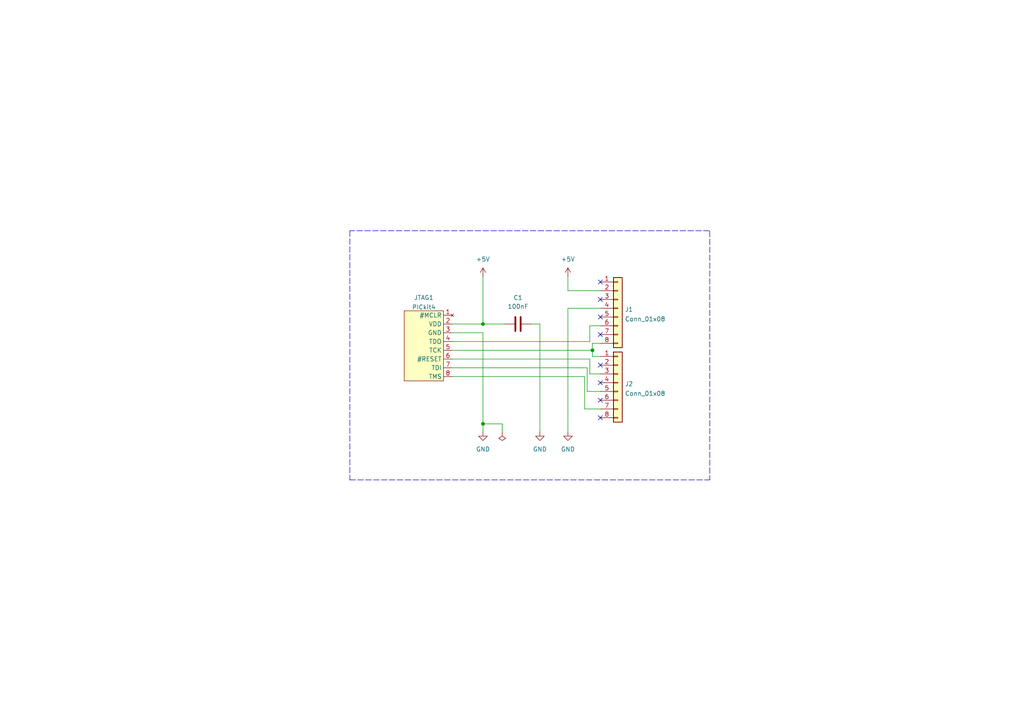
<source format=kicad_sch>
(kicad_sch (version 20211123) (generator eeschema)
  (paper "A4")
  (lib_symbols
    (symbol "Connector_Generic:Conn_01x08" (pin_names (offset 1.016) hide)
      (property "Reference" "J" (at 0 10.16 0))
      (property "Value" "Conn_01x08" (at 0 -12.7 0))
      (symbol "Conn_01x08_1_1"
        (rectangle (start -1.27 -10.033) (end 0 -10.287) (stroke (width 0.1524)))
        (rectangle (start -1.27 -7.493) (end 0 -7.747) (stroke (width 0.1524)))
        (rectangle (start -1.27 -4.953) (end 0 -5.207) (stroke (width 0.1524)))
        (rectangle (start -1.27 -2.413) (end 0 -2.667) (stroke (width 0.1524)))
        (rectangle (start -1.27 0.127) (end 0 -0.127) (stroke (width 0.1524)))
        (rectangle (start -1.27 2.667) (end 0 2.413) (stroke (width 0.1524)))
        (rectangle (start -1.27 5.207) (end 0 4.953) (stroke (width 0.1524)))
        (rectangle (start -1.27 7.747) (end 0 7.493) (stroke (width 0.1524)))
        (rectangle (start -1.27 8.89) (end 1.27 -11.43) (stroke (width 0.254)) (fill (type background)))
        (pin passive line (at -5.08 7.62 0) (length 3.81) (name "Pin_1") (number "1"))
        (pin passive line (at -5.08 5.08 0) (length 3.81) (name "Pin_2") (number "2"))
        (pin passive line (at -5.08 2.54 0) (length 3.81) (name "Pin_3") (number "3"))
        (pin passive line (at -5.08 0 0) (length 3.81) (name "Pin_4") (number "4"))
        (pin passive line (at -5.08 -2.54 0) (length 3.81) (name "Pin_5") (number "5"))
        (pin passive line (at -5.08 -5.08 0) (length 3.81) (name "Pin_6") (number "6"))
        (pin passive line (at -5.08 -7.62 0) (length 3.81) (name "Pin_7") (number "7"))
        (pin passive line (at -5.08 -10.16 0) (length 3.81) (name "Pin_8") (number "8"))
      )
    )
    (symbol "Device:C" (pin_numbers hide) (pin_names (offset 0.254))
      (property "Reference" "C" (at 0.635 2.54 0))
      (property "Value" "C" (at 0.635 -2.54 0))
      (symbol "C_0_1"
        (polyline (pts (xy -2.032 -0.762) (xy 2.032 -0.762)) (stroke (width 0.508)))
        (polyline (pts (xy -2.032 0.762) (xy 2.032 0.762)) (stroke (width 0.508)))
      )
      (symbol "C_1_1"
        (pin passive line (at 0 3.81 270) (length 2.794) (name "~") (number "1"))
        (pin passive line (at 0 -3.81 90) (length 2.794) (name "~") (number "2"))
      )
    )
    (symbol "THOMAS_library:PICkit4"
      (property "Reference" "JTAG" (at -2.54 0 0))
      (property "Value" "PICkit4" (at -1.27 -2.54 0))
      (symbol "PICkit4_0_1"
        (rectangle (start -5.08 -3.81) (end 6.35 -24.13) (fill (type background)))
      )
      (symbol "PICkit4_1_1"
        (pin no_connect line (at 8.89 -5.08 180) (length 2.54) (name "#MCLR") (number "1"))
        (pin bidirectional line (at 8.89 -7.62 180) (length 2.54) (name "VDD") (number "2"))
        (pin bidirectional line (at 8.89 -10.16 180) (length 2.54) (name "GND") (number "3"))
        (pin bidirectional line (at 8.89 -12.7 180) (length 2.54) (name "TDO") (number "4"))
        (pin bidirectional line (at 8.89 -15.24 180) (length 2.54) (name "TCK") (number "5"))
        (pin bidirectional line (at 8.89 -17.78 180) (length 2.54) (name "#RESET") (number "6"))
        (pin bidirectional line (at 8.89 -20.32 180) (length 2.54) (name "TDI") (number "7"))
        (pin bidirectional line (at 8.89 -22.86 180) (length 2.54) (name "TMS") (number "8"))
      )
    )
    (symbol "power:+5V" (power) (pin_names (offset 0))
      (property "Value" "+5V" (at 0 3.556 0))
      (symbol "+5V_0_1"
        (polyline (pts (xy -0.762 1.27) (xy 0 2.54)))
        (polyline (pts (xy 0 0) (xy 0 2.54)))
        (polyline (pts (xy 0 2.54) (xy 0.762 1.27)))
      )
      (symbol "+5V_1_1"
        (pin power_in line (at 0 0 90) (length 0) hide (name "+5V") (number "1"))
      )
    )
    (symbol "power:GND" (power) (pin_names (offset 0))
      (property "Value" "GND" (at 0 -3.81 0))
      (symbol "GND_0_1"
        (polyline (pts (xy 0 0) (xy 0 -1.27) (xy 1.27 -1.27) (xy 0 -2.54) (xy -1.27 -1.27) (xy 0 -1.27)))
      )
      (symbol "GND_1_1"
        (pin power_in line (at 0 0 270) (length 0) hide (name "GND") (number "1"))
      )
    )
    (symbol "power:PWR_FLAG" (power) (pin_numbers hide) (pin_names (offset 0) hide)
      (property "Value" "PWR_FLAG" (at 0 3.81 0))
      (symbol "PWR_FLAG_0_0"
        (pin power_out line (at 0 0 90) (length 0) (name "pwr") (number "1"))
      )
      (symbol "PWR_FLAG_0_1"
        (polyline (pts (xy 0 0) (xy 0 1.27) (xy -1.016 1.905) (xy 0 2.54) (xy 1.016 1.905) (xy 0 1.27)))
      )
    )
  )
  (junction (at 140.081 93.98))
  (junction (at 171.831 101.6))
  (junction (at 140.081 122.936))
  (no_connect (at 174.117 110.998))
  (no_connect (at 174.117 121.158))
  (no_connect (at 174.117 86.868))
  (no_connect (at 174.117 116.078))
  (no_connect (at 174.117 81.788))
  (no_connect (at 174.117 97.028))
  (no_connect (at 174.117 105.918))
  (no_connect (at 174.117 91.948))
  (wire (pts (xy 169.545 118.618) (xy 174.117 118.618)))
  (wire (pts (xy 164.719 80.264) (xy 164.719 84.328)))
  (wire (pts (xy 171.831 103.378) (xy 174.117 103.378)))
  (wire (pts (xy 170.307 106.68) (xy 170.307 113.538)))
  (wire (pts (xy 171.831 99.568) (xy 174.117 99.568)))
  (wire (pts (xy 131.191 93.98) (xy 140.081 93.98)))
  (wire (pts (xy 171.831 103.378) (xy 171.831 101.6)))
  (wire (pts (xy 140.081 125.222) (xy 140.081 122.936)))
  (wire (pts (xy 164.719 84.328) (xy 174.117 84.328)))
  (polyline (pts (xy 205.74 66.929) (xy 101.473 66.929)))
  (wire (pts (xy 171.831 101.6) (xy 171.831 99.568)))
  (wire (pts (xy 131.191 101.6) (xy 171.831 101.6)))
  (wire (pts (xy 170.307 113.538) (xy 174.117 113.538)))
  (wire (pts (xy 140.081 93.98) (xy 146.431 93.98)))
  (wire (pts (xy 171.069 108.458) (xy 174.117 108.458)))
  (polyline (pts (xy 101.473 139.192) (xy 205.867 139.192)))
  (wire (pts (xy 140.081 122.936) (xy 145.669 122.936)))
  (wire (pts (xy 131.191 104.14) (xy 171.069 104.14)))
  (wire (pts (xy 131.191 109.22) (xy 169.545 109.22)))
  (wire (pts (xy 156.591 93.98) (xy 154.051 93.98)))
  (wire (pts (xy 131.191 106.68) (xy 170.307 106.68)))
  (wire (pts (xy 174.117 94.488) (xy 171.069 94.488)))
  (wire (pts (xy 156.591 93.98) (xy 156.591 125.222)))
  (wire (pts (xy 140.081 80.264) (xy 140.081 93.98)))
  (wire (pts (xy 169.545 109.22) (xy 169.545 118.618)))
  (wire (pts (xy 164.719 125.222) (xy 164.719 89.408)))
  (polyline (pts (xy 101.473 66.929) (xy 101.473 139.192)))
  (polyline (pts (xy 205.867 67.056) (xy 205.867 139.192)))
  (wire (pts (xy 140.081 96.52) (xy 140.081 122.936)))
  (wire (pts (xy 164.719 89.408) (xy 174.117 89.408)))
  (wire (pts (xy 171.069 94.488) (xy 171.069 99.06)))
  (wire (pts (xy 171.069 104.14) (xy 171.069 108.458)))
  (wire (pts (xy 145.669 122.936) (xy 145.669 125.222)))
  (wire (pts (xy 131.191 99.06) (xy 171.069 99.06)))
  (wire (pts (xy 131.191 96.52) (xy 140.081 96.52)))
  (symbol (lib_id "THOMAS_library:PICkit4") (at 122.301 86.36 0) (unit 1)
    (property "Reference" "JTAG1" (at 122.936 86.3305 0))
    (property "Value" "PICkit4" (at 122.936 89.1056 0))
    (property "Footprint" "THOMAS_library:PicKit4-2" (effects hide))
  )
  (symbol (lib_id "power:+5V") (at 140.081 80.264 0) (unit 1)
    (property "Reference" "#PWR01" (effects hide))
    (property "Value" "+5V" (at 140.081 75.184 0))
  )
  (symbol (lib_id "power:GND") (at 164.719 125.222 0) (unit 1)
    (property "Reference" "#PWR05" (effects hide))
    (property "Value" "GND" (at 164.719 130.302 0))
  )
  (symbol (lib_id "Connector_Generic:Conn_01x08") (at 179.197 110.998 0) (unit 1)
    (property "Reference" "J2" (at 181.229 111.3595 0) (effects (justify left)))
    (property "Value" "Conn_01x08" (at 181.229 114.1346 0) (effects (justify left)))
    (property "Footprint" "Connector_PinHeader_2.54mm:PinHeader_1x08_P2.54mm_Vertical" (effects hide))
  )
  (symbol (lib_id "power:GND") (at 140.081 125.222 0) (unit 1)
    (property "Reference" "#PWR02" (effects hide))
    (property "Value" "GND" (at 140.081 130.302 0))
  )
  (symbol (lib_id "Device:C") (at 150.241 93.98 90) (unit 1)
    (property "Reference" "C1" (at 150.241 86.36 90))
    (property "Value" "100nF" (at 150.241 88.9 90))
    (property "Footprint" "Capacitor_THT:C_Disc_D3.0mm_W2.0mm_P2.50mm" (effects hide))
  )
  (symbol (lib_id "Connector_Generic:Conn_01x08") (at 179.197 89.408 0) (unit 1)
    (property "Reference" "J1" (at 181.229 89.7695 0) (effects (justify left)))
    (property "Value" "Conn_01x08" (at 181.229 92.5446 0) (effects (justify left)))
    (property "Footprint" "Connector_PinHeader_2.54mm:PinHeader_1x08_P2.54mm_Vertical" (effects hide))
  )
  (symbol (lib_id "power:PWR_FLAG") (at 145.669 125.222 180) (unit 1)
    (property "Reference" "#FLG01" (effects hide))
    (property "Value" "PWR_FLAG" (effects hide))
  )
  (symbol (lib_id "power:+5V") (at 164.719 80.264 0) (unit 1)
    (property "Reference" "#PWR04" (effects hide))
    (property "Value" "+5V" (at 164.719 75.184 0))
  )
  (symbol (lib_id "power:GND") (at 156.591 125.222 0) (unit 1)
    (property "Reference" "#PWR03" (effects hide))
    (property "Value" "GND" (at 156.591 130.302 0))
  )
)
</source>
